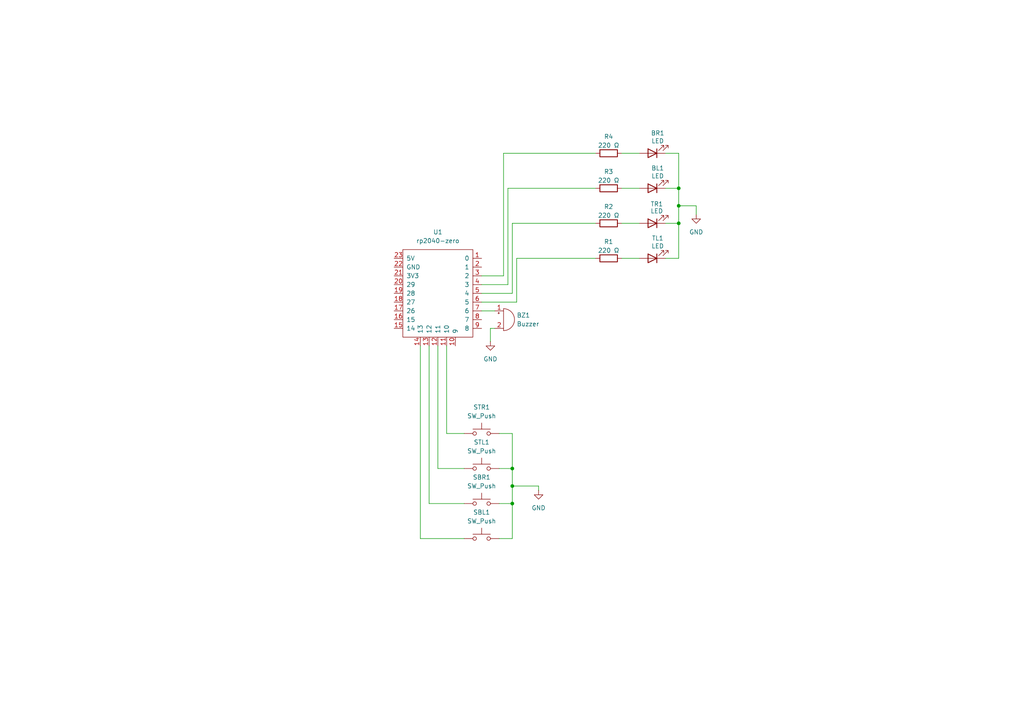
<source format=kicad_sch>
(kicad_sch (version 20231120) (generator "eeschema") (generator_version "8.0")
  (paper "A4")
  (lib_symbols
    (symbol "Device:Buzzer" (pin_names (offset 0.0254) hide)
      (property "Reference" "BZ" (at 3.81 1.27 0))
      (property "Value" "Buzzer" (at 3.81 -1.27 0))
      (symbol "Buzzer_0_1"
        (arc (start 0 -3.175) (mid 3.1612 0) (end 0 3.175))
        (polyline (pts (xy -1.651 1.905) (xy -1.143 1.905)))
        (polyline (pts (xy -1.397 2.159) (xy -1.397 1.651)))
        (polyline (pts (xy 0 3.175) (xy 0 -3.175)))
      )
      (symbol "Buzzer_1_1"
        (pin passive line (at -2.54 2.54 0) (length 2.54) (name "+") (number "1"))
        (pin passive line (at -2.54 -2.54 0) (length 2.54) (name "-") (number "2"))
      )
    )
    (symbol "Device:LED" (pin_numbers hide) (pin_names (offset 1.016) hide)
      (property "Reference" "D" (at 0 2.54 0))
      (property "Value" "LED" (at 0 -2.54 0))
      (symbol "LED_0_1"
        (polyline (pts (xy -1.27 -1.27) (xy -1.27 1.27)) (stroke (width 0.254)))
        (polyline (pts (xy -1.27 0) (xy 1.27 0)))
        (polyline (pts (xy 1.27 -1.27) (xy 1.27 1.27) (xy -1.27 0) (xy 1.27 -1.27)) (stroke (width 0.254)))
        (polyline (pts (xy -3.048 -0.762) (xy -4.572 -2.286) (xy -3.81 -2.286) (xy -4.572 -2.286) (xy -4.572 -1.524)))
        (polyline (pts (xy -1.778 -0.762) (xy -3.302 -2.286) (xy -2.54 -2.286) (xy -3.302 -2.286) (xy -3.302 -1.524)))
      )
      (symbol "LED_1_1"
        (pin passive line (at -3.81 0 0) (length 2.54) (name "K") (number "1"))
        (pin passive line (at 3.81 0 180) (length 2.54) (name "A") (number "2"))
      )
    )
    (symbol "Device:R" (pin_numbers hide) (pin_names (offset 0))
      (property "Reference" "R" (at 2.032 0 90))
      (property "Value" "R" (at 0 0 90))
      (symbol "R_0_1"
        (rectangle (start -1.016 -2.54) (end 1.016 2.54) (stroke (width 0.254)))
      )
      (symbol "R_1_1"
        (pin passive line (at 0 3.81 270) (length 1.27) (name "~") (number "1"))
        (pin passive line (at 0 -3.81 90) (length 1.27) (name "~") (number "2"))
      )
    )
    (symbol "Switch:SW_Push" (pin_numbers hide) (pin_names (offset 1.016) hide)
      (property "Reference" "SW" (at 1.27 2.54 0))
      (property "Value" "SW_Push" (at 0 -1.524 0))
      (symbol "SW_Push_0_1"
        (circle (center -2.032 0) (radius 0.508))
        (polyline (pts (xy 0 1.27) (xy 0 3.048)))
        (polyline (pts (xy 2.54 1.27) (xy -2.54 1.27)))
        (circle (center 2.032 0) (radius 0.508))
        (pin passive line (at -5.08 0 0) (length 2.54) (name "1") (number "1"))
        (pin passive line (at 5.08 0 180) (length 2.54) (name "2") (number "2"))
      )
    )
    (symbol "mcu:rp2040-zero" (pin_names (offset 1.016))
      (property "Reference" "U" (at 0 15.24 0))
      (property "Value" "rp2040-zero" (at 0 12.7 0))
      (symbol "rp2040-zero_0_1"
        (rectangle (start -10.16 11.43) (end 10.16 -13.97))
      )
      (symbol "rp2040-zero_1_1"
        (pin bidirectional line (at 12.7 8.89 180) (length 2.54) (name "0") (number "1"))
        (pin bidirectional line (at 5.08 -16.51 90) (length 2.54) (name "9") (number "10"))
        (pin bidirectional line (at 2.54 -16.51 90) (length 2.54) (name "10") (number "11"))
        (pin bidirectional line (at 0 -16.51 90) (length 2.54) (name "11") (number "12"))
        (pin bidirectional line (at -2.54 -16.51 90) (length 2.54) (name "12") (number "13"))
        (pin bidirectional line (at -5.08 -16.51 90) (length 2.54) (name "13") (number "14"))
        (pin bidirectional line (at -12.7 -11.43 0) (length 2.54) (name "14") (number "15"))
        (pin bidirectional line (at -12.7 -8.89 0) (length 2.54) (name "15") (number "16"))
        (pin bidirectional line (at -12.7 -6.35 0) (length 2.54) (name "26") (number "17"))
        (pin bidirectional line (at -12.7 -3.81 0) (length 2.54) (name "27") (number "18"))
        (pin bidirectional line (at -12.7 -1.27 0) (length 2.54) (name "28") (number "19"))
        (pin bidirectional line (at 12.7 6.35 180) (length 2.54) (name "1") (number "2"))
        (pin bidirectional line (at -12.7 1.27 0) (length 2.54) (name "29") (number "20"))
        (pin power_out line (at -12.7 3.81 0) (length 2.54) (name "3V3") (number "21"))
        (pin power_out line (at -12.7 6.35 0) (length 2.54) (name "GND") (number "22"))
        (pin power_out line (at -12.7 8.89 0) (length 2.54) (name "5V") (number "23"))
        (pin bidirectional line (at 12.7 3.81 180) (length 2.54) (name "2") (number "3"))
        (pin bidirectional line (at 12.7 1.27 180) (length 2.54) (name "3") (number "4"))
        (pin bidirectional line (at 12.7 -1.27 180) (length 2.54) (name "4") (number "5"))
        (pin bidirectional line (at 12.7 -3.81 180) (length 2.54) (name "5") (number "6"))
        (pin bidirectional line (at 12.7 -6.35 180) (length 2.54) (name "6") (number "7"))
        (pin bidirectional line (at 12.7 -8.89 180) (length 2.54) (name "7") (number "8"))
        (pin bidirectional line (at 12.7 -11.43 180) (length 2.54) (name "8") (number "9"))
      )
    )
    (symbol "power:GND" (power) (pin_numbers hide) (pin_names (offset 0) hide)
      (property "Value" "GND" (at 0 -3.81 0))
      (symbol "GND_0_1"
        (polyline (pts (xy 0 0) (xy 0 -1.27) (xy 1.27 -1.27) (xy 0 -2.54) (xy -1.27 -1.27) (xy 0 -1.27)))
      )
      (symbol "GND_1_1"
        (pin power_in line (at 0 0 270) (length 0) (name "~") (number "1"))
      )
    )
  )
  (junction (at 196.85 64.77))
  (junction (at 148.59 146.05))
  (junction (at 196.85 59.69))
  (junction (at 196.85 54.61))
  (junction (at 148.59 135.89))
  (junction (at 148.59 140.97))
  (wire (pts (xy 134.62 125.73) (xy 129.54 125.73)))
  (wire (pts (xy 146.05 80.01) (xy 139.7 80.01)))
  (wire (pts (xy 134.62 146.05) (xy 124.46 146.05)))
  (wire (pts (xy 196.85 54.61) (xy 196.85 59.69)))
  (wire (pts (xy 149.86 87.63) (xy 149.86 74.93)))
  (wire (pts (xy 193.04 74.93) (xy 196.85 74.93)))
  (wire (pts (xy 129.54 125.73) (xy 129.54 100.33)))
  (wire (pts (xy 124.46 146.05) (xy 124.46 100.33)))
  (wire (pts (xy 121.92 156.21) (xy 121.92 100.33)))
  (wire (pts (xy 185.42 54.61) (xy 180.34 54.61)))
  (wire (pts (xy 201.93 59.69) (xy 201.93 62.23)))
  (wire (pts (xy 148.59 135.89) (xy 148.59 140.97)))
  (wire (pts (xy 148.59 146.05) (xy 148.59 156.21)))
  (wire (pts (xy 142.24 95.25) (xy 143.51 95.25)))
  (wire (pts (xy 172.72 54.61) (xy 147.32 54.61)))
  (wire (pts (xy 139.7 87.63) (xy 149.86 87.63)))
  (wire (pts (xy 147.32 54.61) (xy 147.32 82.55)))
  (wire (pts (xy 134.62 135.89) (xy 127 135.89)))
  (wire (pts (xy 149.86 74.93) (xy 172.72 74.93)))
  (wire (pts (xy 142.24 95.25) (xy 142.24 99.06)))
  (wire (pts (xy 148.59 64.77) (xy 148.59 85.09)))
  (wire (pts (xy 193.04 44.45) (xy 196.85 44.45)))
  (wire (pts (xy 144.78 125.73) (xy 148.59 125.73)))
  (wire (pts (xy 144.78 146.05) (xy 148.59 146.05)))
  (wire (pts (xy 196.85 59.69) (xy 201.93 59.69)))
  (wire (pts (xy 180.34 74.93) (xy 185.42 74.93)))
  (wire (pts (xy 144.78 135.89) (xy 148.59 135.89)))
  (wire (pts (xy 156.21 140.97) (xy 148.59 140.97)))
  (wire (pts (xy 148.59 125.73) (xy 148.59 135.89)))
  (wire (pts (xy 127 135.89) (xy 127 100.33)))
  (wire (pts (xy 196.85 59.69) (xy 196.85 64.77)))
  (wire (pts (xy 180.34 44.45) (xy 185.42 44.45)))
  (wire (pts (xy 148.59 85.09) (xy 139.7 85.09)))
  (wire (pts (xy 147.32 82.55) (xy 139.7 82.55)))
  (wire (pts (xy 196.85 64.77) (xy 193.04 64.77)))
  (wire (pts (xy 144.78 156.21) (xy 148.59 156.21)))
  (wire (pts (xy 196.85 44.45) (xy 196.85 54.61)))
  (wire (pts (xy 146.05 44.45) (xy 146.05 80.01)))
  (wire (pts (xy 148.59 140.97) (xy 148.59 146.05)))
  (wire (pts (xy 134.62 156.21) (xy 121.92 156.21)))
  (wire (pts (xy 172.72 44.45) (xy 146.05 44.45)))
  (wire (pts (xy 180.34 64.77) (xy 185.42 64.77)))
  (wire (pts (xy 196.85 64.77) (xy 196.85 74.93)))
  (wire (pts (xy 143.51 90.17) (xy 139.7 90.17)))
  (wire (pts (xy 193.04 54.61) (xy 196.85 54.61)))
  (wire (pts (xy 172.72 64.77) (xy 148.59 64.77)))
  (wire (pts (xy 156.21 140.97) (xy 156.21 142.24)))
  (symbol (lib_id "Switch:SW_Push") (at 139.7 146.05 0) (unit 1)
    (property "Reference" "SBR1" (at 139.7 138.43 0))
    (property "Value" "SW_Push" (at 139.7 140.97 0))
    (property "Footprint" "Button_Switch_THT:SW_PUSH_6mm" (effects (hide yes)))
    (property "Description" "Push button switch, generic, two pins" (effects (hide yes)))
  )
  (symbol (lib_id "mcu:rp2040-zero") (at 127 83.82 0) (unit 1)
    (property "Reference" "U1" (at 127 67.31 0))
    (property "Value" "rp2040-zero" (at 127 69.85 0))
    (property "Footprint" "mcu:rp2040-zero-tht" (effects (hide yes)))
  )
  (symbol (lib_id "power:GND") (at 142.24 99.06 0) (unit 1)
    (property "Reference" "#PWR03" (effects (hide yes)))
    (property "Value" "GND" (at 142.24 104.14 0))
    (property "Description" "Power symbol creates a global label with name \"GND\" , ground" (effects (hide yes)))
  )
  (symbol (lib_id "Device:LED") (at 189.23 74.93 180) (unit 1)
    (property "Reference" "TL1" (at 190.754 69.088 0))
    (property "Value" "LED" (at 190.754 71.374 0))
    (property "Footprint" "LED_SMD:LED_1206_3216Metric_Pad1.42x1.75mm_HandSolder" (effects (hide yes)))
    (property "Description" "Light emitting diode" (effects (hide yes)))
  )
  (symbol (lib_id "Switch:SW_Push") (at 139.7 125.73 0) (unit 1)
    (property "Reference" "STR1" (at 139.7 118.11 0))
    (property "Value" "SW_Push" (at 139.7 120.65 0))
    (property "Footprint" "Button_Switch_THT:SW_PUSH_6mm" (effects (hide yes)))
    (property "Description" "Push button switch, generic, two pins" (effects (hide yes)))
  )
  (symbol (lib_id "Device:LED") (at 189.23 54.61 180) (unit 1)
    (property "Reference" "BL1" (at 190.754 48.768 0))
    (property "Value" "LED" (at 190.754 51.054 0))
    (property "Footprint" "LED_SMD:LED_1206_3216Metric_Pad1.42x1.75mm_HandSolder" (effects (hide yes)))
    (property "Description" "Light emitting diode" (effects (hide yes)))
  )
  (symbol (lib_id "Switch:SW_Push") (at 139.7 156.21 0) (unit 1)
    (property "Reference" "SBL1" (at 139.7 148.59 0))
    (property "Value" "SW_Push" (at 139.7 151.13 0))
    (property "Footprint" "Button_Switch_THT:SW_PUSH_6mm" (effects (hide yes)))
    (property "Description" "Push button switch, generic, two pins" (effects (hide yes)))
  )
  (symbol (lib_id "Device:R") (at 176.53 64.77 90) (unit 1)
    (property "Reference" "R2" (at 176.53 59.944 90))
    (property "Value" "220 Ω" (at 176.53 62.484 90))
    (property "Footprint" "Resistor_SMD:R_1206_3216Metric_Pad1.30x1.75mm_HandSolder" (effects (hide yes)))
    (property "Description" "Resistor" (effects (hide yes)))
  )
  (symbol (lib_id "power:GND") (at 156.21 142.24 0) (unit 1)
    (property "Reference" "#PWR02" (effects (hide yes)))
    (property "Value" "GND" (at 156.21 147.32 0))
    (property "Description" "Power symbol creates a global label with name \"GND\" , ground" (effects (hide yes)))
  )
  (symbol (lib_id "Device:R") (at 176.53 74.93 90) (unit 1)
    (property "Reference" "R1" (at 176.53 70.104 90))
    (property "Value" "220 Ω" (at 176.53 72.644 90))
    (property "Footprint" "Resistor_SMD:R_1206_3216Metric_Pad1.30x1.75mm_HandSolder" (effects (hide yes)))
    (property "Description" "Resistor" (effects (hide yes)))
  )
  (symbol (lib_id "power:GND") (at 201.93 62.23 0) (unit 1)
    (property "Reference" "#PWR01" (effects (hide yes)))
    (property "Value" "GND" (at 201.93 67.31 0))
    (property "Description" "Power symbol creates a global label with name \"GND\" , ground" (effects (hide yes)))
  )
  (symbol (lib_id "Device:Buzzer") (at 146.05 92.71 0) (unit 1)
    (property "Reference" "BZ1" (at 149.86 91.4399 0) (effects (justify left)))
    (property "Value" "Buzzer" (at 149.86 93.9799 0) (effects (justify left)))
    (property "Footprint" "Buzzer_Beeper:Buzzer_12x9.5RM7.6" (effects (hide yes)))
    (property "Description" "Buzzer, polarized" (effects (hide yes)))
  )
  (symbol (lib_id "Device:R") (at 176.53 44.45 90) (unit 1)
    (property "Reference" "R4" (at 176.53 39.624 90))
    (property "Value" "220 Ω" (at 176.53 42.164 90))
    (property "Footprint" "Resistor_SMD:R_1206_3216Metric_Pad1.30x1.75mm_HandSolder" (effects (hide yes)))
    (property "Description" "Resistor" (effects (hide yes)))
  )
  (symbol (lib_id "Switch:SW_Push") (at 139.7 135.89 0) (unit 1)
    (property "Reference" "STL1" (at 139.7 128.27 0))
    (property "Value" "SW_Push" (at 139.7 130.81 0))
    (property "Footprint" "Button_Switch_THT:SW_PUSH_6mm" (effects (hide yes)))
    (property "Description" "Push button switch, generic, two pins" (effects (hide yes)))
  )
  (symbol (lib_id "Device:R") (at 176.53 54.61 90) (unit 1)
    (property "Reference" "R3" (at 176.53 49.784 90))
    (property "Value" "220 Ω" (at 176.53 52.324 90))
    (property "Footprint" "Resistor_SMD:R_1206_3216Metric_Pad1.30x1.75mm_HandSolder" (effects (hide yes)))
    (property "Description" "Resistor" (effects (hide yes)))
  )
  (symbol (lib_id "Device:LED") (at 189.23 44.45 180) (unit 1)
    (property "Reference" "BR1" (at 190.754 38.608 0))
    (property "Value" "LED" (at 190.754 40.894 0))
    (property "Footprint" "LED_SMD:LED_1206_3216Metric_Pad1.42x1.75mm_HandSolder" (effects (hide yes)))
    (property "Description" "Light emitting diode" (effects (hide yes)))
  )
  (symbol (lib_id "Device:LED") (at 189.23 64.77 180) (unit 1)
    (property "Reference" "TR1" (at 190.5 59.182 0))
    (property "Value" "LED" (at 190.5 61.214 0))
    (property "Footprint" "LED_SMD:LED_1206_3216Metric_Pad1.42x1.75mm_HandSolder" (effects (hide yes)))
    (property "Description" "Light emitting diode" (effects (hide yes)))
  )
)
</source>
